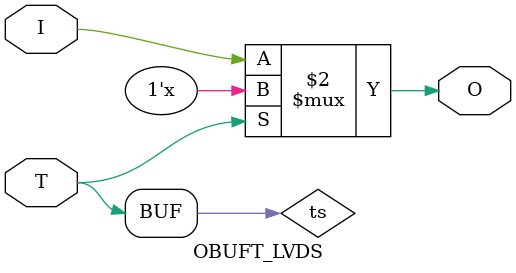
<source format=v>

/*

FUNCTION    : TRI-STATE OUTPUT BUFFER

*/

`celldefine
`timescale  100 ps / 10 ps

module OBUFT_LVDS (O, I, T);

    output O;

    input  I, T;

    or O1 (ts, 1'b0, T);
    bufif0 T1 (O, I, ts);

endmodule

</source>
